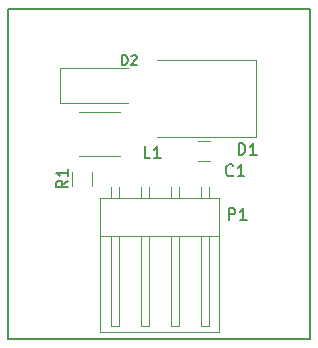
<source format=gbr>
G04 #@! TF.FileFunction,Legend,Top*
%FSLAX46Y46*%
G04 Gerber Fmt 4.6, Leading zero omitted, Abs format (unit mm)*
G04 Created by KiCad (PCBNEW 4.0.6) date 04/10/19 18:14:00*
%MOMM*%
%LPD*%
G01*
G04 APERTURE LIST*
%ADD10C,0.100000*%
%ADD11C,0.150000*%
%ADD12C,0.120000*%
G04 APERTURE END LIST*
D10*
D11*
X164318000Y-62760000D02*
X138778000Y-62760000D01*
X164318000Y-90690000D02*
X164318000Y-62760000D01*
X138778000Y-90690000D02*
X164318000Y-90690000D01*
X138778000Y-62760000D02*
X138778000Y-90690000D01*
D12*
X155861000Y-73925000D02*
X154861000Y-73925000D01*
X154861000Y-75625000D02*
X155861000Y-75625000D01*
X148861000Y-67725000D02*
X143161000Y-67725000D01*
X143161000Y-67725000D02*
X143161000Y-70725000D01*
X143161000Y-70725000D02*
X148861000Y-70725000D01*
X145891000Y-76525000D02*
X145891000Y-77725000D01*
X144131000Y-77725000D02*
X144131000Y-76525000D01*
X153211000Y-89575000D02*
X153211000Y-81975000D01*
X152571000Y-89575000D02*
X153211000Y-89575000D01*
X152571000Y-81975000D02*
X152571000Y-89575000D01*
X152571000Y-78775000D02*
X152571000Y-77875000D01*
X153211000Y-77875000D02*
X153211000Y-78775000D01*
X153211000Y-77875000D02*
X153211000Y-78775000D01*
X152571000Y-78775000D02*
X152571000Y-77875000D01*
X152571000Y-81975000D02*
X152571000Y-89575000D01*
X152571000Y-89575000D02*
X153211000Y-89575000D01*
X153211000Y-89575000D02*
X153211000Y-81975000D01*
X153211000Y-89575000D02*
X153211000Y-81975000D01*
X152571000Y-89575000D02*
X153211000Y-89575000D01*
X152571000Y-81975000D02*
X152571000Y-89575000D01*
X152571000Y-78775000D02*
X152571000Y-77875000D01*
X153211000Y-77875000D02*
X153211000Y-78775000D01*
X153211000Y-77875000D02*
X153211000Y-78775000D01*
X152571000Y-78775000D02*
X152571000Y-77875000D01*
X152571000Y-81975000D02*
X152571000Y-89575000D01*
X152571000Y-89575000D02*
X153211000Y-89575000D01*
X153211000Y-89575000D02*
X153211000Y-81975000D01*
X155751000Y-89575000D02*
X155751000Y-81975000D01*
X155111000Y-89575000D02*
X155751000Y-89575000D01*
X155111000Y-81975000D02*
X155111000Y-89575000D01*
X155111000Y-78775000D02*
X155111000Y-77875000D01*
X155751000Y-77875000D02*
X155751000Y-78775000D01*
X155751000Y-77875000D02*
X155751000Y-78775000D01*
X155111000Y-78775000D02*
X155111000Y-77875000D01*
X155111000Y-81975000D02*
X155111000Y-89575000D01*
X155111000Y-89575000D02*
X155751000Y-89575000D01*
X155751000Y-89575000D02*
X155751000Y-81975000D01*
X155751000Y-89575000D02*
X155751000Y-81975000D01*
X155111000Y-89575000D02*
X155751000Y-89575000D01*
X155111000Y-81975000D02*
X155111000Y-89575000D01*
X155111000Y-78775000D02*
X155111000Y-77875000D01*
X155751000Y-77875000D02*
X155751000Y-78775000D01*
X155751000Y-77875000D02*
X155751000Y-78775000D01*
X155111000Y-78775000D02*
X155111000Y-77875000D01*
X155111000Y-81975000D02*
X155111000Y-89575000D01*
X155111000Y-89575000D02*
X155751000Y-89575000D01*
X155751000Y-89575000D02*
X155751000Y-81975000D01*
X150671000Y-89575000D02*
X150671000Y-81975000D01*
X150031000Y-89575000D02*
X150671000Y-89575000D01*
X150031000Y-81975000D02*
X150031000Y-89575000D01*
X150031000Y-78775000D02*
X150031000Y-77875000D01*
X150671000Y-77875000D02*
X150671000Y-78775000D01*
X150671000Y-77875000D02*
X150671000Y-78775000D01*
X150031000Y-78775000D02*
X150031000Y-77875000D01*
X150031000Y-81975000D02*
X150031000Y-89575000D01*
X150031000Y-89575000D02*
X150671000Y-89575000D01*
X150671000Y-89575000D02*
X150671000Y-81975000D01*
X150671000Y-89575000D02*
X150671000Y-81975000D01*
X150031000Y-89575000D02*
X150671000Y-89575000D01*
X150031000Y-81975000D02*
X150031000Y-89575000D01*
X150031000Y-78775000D02*
X150031000Y-77875000D01*
X150671000Y-77875000D02*
X150671000Y-78775000D01*
X150671000Y-77875000D02*
X150671000Y-78775000D01*
X150031000Y-78775000D02*
X150031000Y-77875000D01*
X150031000Y-81975000D02*
X150031000Y-89575000D01*
X150031000Y-89575000D02*
X150671000Y-89575000D01*
X150671000Y-89575000D02*
X150671000Y-81975000D01*
X148131000Y-89575000D02*
X148131000Y-81975000D01*
X147491000Y-89575000D02*
X148131000Y-89575000D01*
X147491000Y-81975000D02*
X147491000Y-89575000D01*
X147491000Y-78775000D02*
X147491000Y-77875000D01*
X148131000Y-77875000D02*
X148131000Y-78775000D01*
X148131000Y-77875000D02*
X148131000Y-78775000D01*
X147491000Y-78775000D02*
X147491000Y-77875000D01*
X147491000Y-81975000D02*
X147491000Y-89575000D01*
X147491000Y-89575000D02*
X148131000Y-89575000D01*
X148131000Y-89575000D02*
X148131000Y-81975000D01*
X148131000Y-89575000D02*
X148131000Y-81975000D01*
X147491000Y-89575000D02*
X148131000Y-89575000D01*
X147491000Y-81975000D02*
X147491000Y-89575000D01*
X147491000Y-78775000D02*
X147491000Y-77875000D01*
X148131000Y-77875000D02*
X148131000Y-78775000D01*
X148131000Y-77875000D02*
X148131000Y-78775000D01*
X147491000Y-78775000D02*
X147491000Y-77875000D01*
X147491000Y-81975000D02*
X147491000Y-89575000D01*
X147491000Y-89575000D02*
X148131000Y-89575000D01*
X148131000Y-89575000D02*
X148131000Y-81975000D01*
X156621000Y-81975000D02*
X146521000Y-81975000D01*
X146521000Y-78775000D02*
X146521000Y-90085000D01*
X146521000Y-90085000D02*
X156621000Y-90085000D01*
X156621000Y-90085000D02*
X156621000Y-78775000D01*
X156621000Y-78775000D02*
X146521000Y-78775000D01*
X159761000Y-67125000D02*
X159761000Y-73625000D01*
X159761000Y-67125000D02*
X151361000Y-67125000D01*
X159761000Y-73625000D02*
X151361000Y-73625000D01*
X144781000Y-75205000D02*
X148241000Y-75205000D01*
X144781000Y-71445000D02*
X148241000Y-71445000D01*
D11*
X157794334Y-76832143D02*
X157746715Y-76879762D01*
X157603858Y-76927381D01*
X157508620Y-76927381D01*
X157365762Y-76879762D01*
X157270524Y-76784524D01*
X157222905Y-76689286D01*
X157175286Y-76498810D01*
X157175286Y-76355952D01*
X157222905Y-76165476D01*
X157270524Y-76070238D01*
X157365762Y-75975000D01*
X157508620Y-75927381D01*
X157603858Y-75927381D01*
X157746715Y-75975000D01*
X157794334Y-76022619D01*
X158746715Y-76927381D02*
X158175286Y-76927381D01*
X158461000Y-76927381D02*
X158461000Y-75927381D01*
X158365762Y-76070238D01*
X158270524Y-76165476D01*
X158175286Y-76213095D01*
X148420524Y-67486905D02*
X148420524Y-66686905D01*
X148611000Y-66686905D01*
X148725286Y-66725000D01*
X148801477Y-66801190D01*
X148839572Y-66877381D01*
X148877667Y-67029762D01*
X148877667Y-67144048D01*
X148839572Y-67296429D01*
X148801477Y-67372619D01*
X148725286Y-67448810D01*
X148611000Y-67486905D01*
X148420524Y-67486905D01*
X149182429Y-66763095D02*
X149220524Y-66725000D01*
X149296715Y-66686905D01*
X149487191Y-66686905D01*
X149563381Y-66725000D01*
X149601477Y-66763095D01*
X149639572Y-66839286D01*
X149639572Y-66915476D01*
X149601477Y-67029762D01*
X149144334Y-67486905D01*
X149639572Y-67486905D01*
X143813381Y-77291666D02*
X143337190Y-77625000D01*
X143813381Y-77863095D02*
X142813381Y-77863095D01*
X142813381Y-77482142D01*
X142861000Y-77386904D01*
X142908619Y-77339285D01*
X143003857Y-77291666D01*
X143146714Y-77291666D01*
X143241952Y-77339285D01*
X143289571Y-77386904D01*
X143337190Y-77482142D01*
X143337190Y-77863095D01*
X143813381Y-76339285D02*
X143813381Y-76910714D01*
X143813381Y-76625000D02*
X142813381Y-76625000D01*
X142956238Y-76720238D01*
X143051476Y-76815476D01*
X143099095Y-76910714D01*
X157422905Y-80627381D02*
X157422905Y-79627381D01*
X157803858Y-79627381D01*
X157899096Y-79675000D01*
X157946715Y-79722619D01*
X157994334Y-79817857D01*
X157994334Y-79960714D01*
X157946715Y-80055952D01*
X157899096Y-80103571D01*
X157803858Y-80151190D01*
X157422905Y-80151190D01*
X158946715Y-80627381D02*
X158375286Y-80627381D01*
X158661000Y-80627381D02*
X158661000Y-79627381D01*
X158565762Y-79770238D01*
X158470524Y-79865476D01*
X158375286Y-79913095D01*
X158272905Y-75127381D02*
X158272905Y-74127381D01*
X158511000Y-74127381D01*
X158653858Y-74175000D01*
X158749096Y-74270238D01*
X158796715Y-74365476D01*
X158844334Y-74555952D01*
X158844334Y-74698810D01*
X158796715Y-74889286D01*
X158749096Y-74984524D01*
X158653858Y-75079762D01*
X158511000Y-75127381D01*
X158272905Y-75127381D01*
X159796715Y-75127381D02*
X159225286Y-75127381D01*
X159511000Y-75127381D02*
X159511000Y-74127381D01*
X159415762Y-74270238D01*
X159320524Y-74365476D01*
X159225286Y-74413095D01*
X150794334Y-75377381D02*
X150318143Y-75377381D01*
X150318143Y-74377381D01*
X151651477Y-75377381D02*
X151080048Y-75377381D01*
X151365762Y-75377381D02*
X151365762Y-74377381D01*
X151270524Y-74520238D01*
X151175286Y-74615476D01*
X151080048Y-74663095D01*
M02*

</source>
